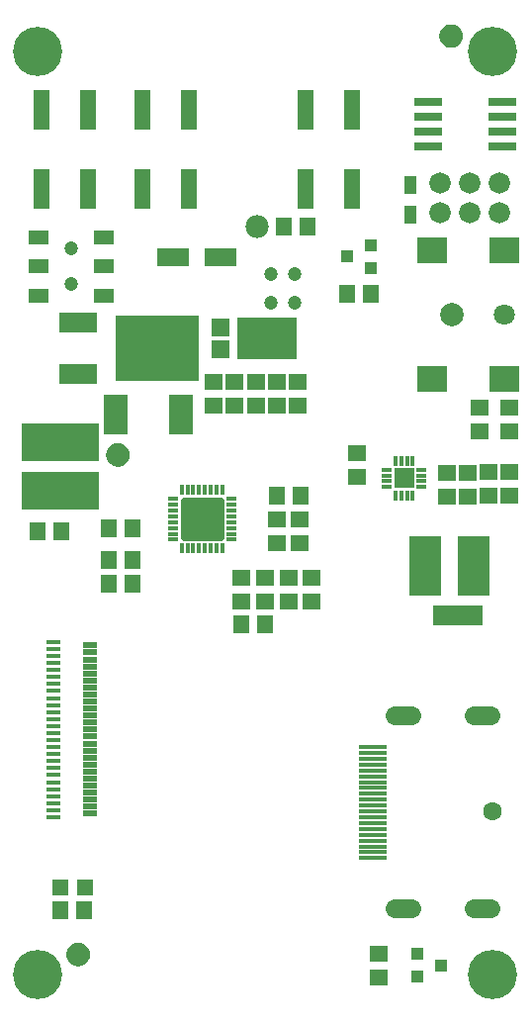
<source format=gbr>
G04 EAGLE Gerber RS-274X export*
G75*
%MOMM*%
%FSLAX34Y34*%
%LPD*%
%INSoldermask Top*%
%IPPOS*%
%AMOC8*
5,1,8,0,0,1.08239X$1,22.5*%
G01*
%ADD10C,1.603200*%
%ADD11C,1.603200*%
%ADD12R,2.460000X0.350000*%
%ADD13R,1.303200X0.463200*%
%ADD14R,1.153200X0.503200*%
%ADD15R,1.403200X1.403200*%
%ADD16R,1.403200X1.503200*%
%ADD17R,2.603200X2.203200*%
%ADD18C,1.803200*%
%ADD19C,2.003200*%
%ADD20R,2.403200X0.703200*%
%ADD21R,1.403200X3.403200*%
%ADD22R,1.092200X0.990600*%
%ADD23R,1.703200X1.203200*%
%ADD24C,1.203200*%
%ADD25C,1.828800*%
%ADD26C,0.500000*%
%ADD27C,4.219200*%
%ADD28C,0.555478*%
%ADD29R,0.350000X0.900000*%
%ADD30R,0.900000X0.350000*%
%ADD31R,1.503200X1.403200*%
%ADD32R,2.003200X3.403200*%
%ADD33R,6.703200X3.203200*%
%ADD34R,1.603200X1.593200*%
%ADD35R,5.063200X3.563200*%
%ADD36R,7.203200X5.654800*%
%ADD37R,3.200400X1.803400*%
%ADD38R,1.703200X1.703200*%
%ADD39R,0.350000X0.880000*%
%ADD40R,0.880000X0.350000*%
%ADD41R,2.743200X5.203200*%
%ADD42R,1.003200X1.553200*%
%ADD43C,1.981200*%
%ADD44R,2.803200X1.603200*%
%ADD45R,4.200000X1.800000*%


D10*
X420000Y170000D03*
D11*
X418000Y252500D02*
X404000Y252500D01*
X404000Y87500D02*
X418000Y87500D01*
X350200Y252500D02*
X336200Y252500D01*
X336200Y87500D02*
X350200Y87500D01*
D12*
X317200Y130000D03*
X317200Y135000D03*
X317200Y140000D03*
X317200Y145000D03*
X317200Y150000D03*
X317200Y155000D03*
X317200Y160000D03*
X317200Y165000D03*
X317200Y170000D03*
X317200Y175000D03*
X317200Y180000D03*
X317200Y185000D03*
X317200Y190000D03*
X317200Y195000D03*
X317200Y200000D03*
X317200Y205000D03*
X317200Y210000D03*
X317200Y215000D03*
X317200Y220000D03*
X317200Y225000D03*
D13*
X43750Y315000D03*
X43750Y309000D03*
X43750Y303000D03*
X43750Y297000D03*
X43750Y291000D03*
X43750Y285000D03*
X43750Y279000D03*
X43750Y273000D03*
X43750Y267000D03*
X43750Y261000D03*
X43750Y255000D03*
X43750Y249000D03*
X43750Y243000D03*
X43750Y237000D03*
X43750Y231000D03*
X43750Y225000D03*
X43750Y219000D03*
X43750Y213000D03*
X43750Y207000D03*
X43750Y201000D03*
X43750Y195000D03*
X43750Y189000D03*
X43750Y183000D03*
X43750Y177000D03*
X43750Y171000D03*
X43750Y165000D03*
D14*
X75500Y312000D03*
X75500Y306000D03*
X75500Y300000D03*
X75500Y294000D03*
X75500Y288000D03*
X75500Y282000D03*
X75500Y276000D03*
X75500Y270000D03*
X75500Y264000D03*
X75500Y258000D03*
X75500Y252000D03*
X75500Y246000D03*
X75500Y240000D03*
X75500Y234000D03*
X75500Y228000D03*
X75500Y222000D03*
X75500Y216000D03*
X75500Y210000D03*
X75500Y204000D03*
X75500Y198000D03*
X75500Y192000D03*
X75500Y186000D03*
X75500Y180000D03*
X75500Y174000D03*
X75500Y168000D03*
D15*
X70500Y105000D03*
X49500Y105000D03*
D16*
X70160Y85000D03*
X49840Y85000D03*
D17*
X430000Y540000D03*
X368000Y540000D03*
X368000Y650000D03*
X430000Y650000D03*
D18*
X430000Y595000D03*
D19*
X385000Y595000D03*
D20*
X364700Y777230D03*
X364700Y764630D03*
X364700Y751930D03*
X364700Y739230D03*
X427780Y739130D03*
X427780Y751830D03*
X427780Y764530D03*
X427780Y777230D03*
D21*
X119700Y702600D03*
X119700Y770600D03*
X159700Y770600D03*
X159700Y702600D03*
X73340Y770600D03*
X73340Y702600D03*
X33340Y702600D03*
X33340Y770600D03*
D22*
X315160Y635094D03*
X315160Y654398D03*
X294840Y644746D03*
D16*
X294840Y612500D03*
X315160Y612500D03*
D23*
X87340Y661420D03*
X87340Y636420D03*
X87340Y611420D03*
X31340Y611420D03*
X31340Y636420D03*
X31340Y661420D03*
D24*
X59340Y621420D03*
X59340Y651420D03*
D25*
X400060Y681980D03*
X400060Y707380D03*
X374660Y707380D03*
X374660Y681980D03*
X425460Y681980D03*
X425460Y707380D03*
D24*
X65000Y47500D03*
D26*
X65000Y55000D02*
X64819Y54998D01*
X64638Y54991D01*
X64457Y54980D01*
X64276Y54965D01*
X64096Y54945D01*
X63916Y54921D01*
X63737Y54893D01*
X63559Y54860D01*
X63382Y54823D01*
X63205Y54782D01*
X63030Y54737D01*
X62855Y54687D01*
X62682Y54633D01*
X62511Y54575D01*
X62340Y54513D01*
X62172Y54446D01*
X62005Y54376D01*
X61839Y54302D01*
X61676Y54223D01*
X61515Y54141D01*
X61355Y54055D01*
X61198Y53965D01*
X61043Y53871D01*
X60890Y53774D01*
X60740Y53672D01*
X60592Y53568D01*
X60446Y53459D01*
X60304Y53348D01*
X60164Y53232D01*
X60027Y53114D01*
X59892Y52992D01*
X59761Y52867D01*
X59633Y52739D01*
X59508Y52608D01*
X59386Y52473D01*
X59268Y52336D01*
X59152Y52196D01*
X59041Y52054D01*
X58932Y51908D01*
X58828Y51760D01*
X58726Y51610D01*
X58629Y51457D01*
X58535Y51302D01*
X58445Y51145D01*
X58359Y50985D01*
X58277Y50824D01*
X58198Y50661D01*
X58124Y50495D01*
X58054Y50328D01*
X57987Y50160D01*
X57925Y49989D01*
X57867Y49818D01*
X57813Y49645D01*
X57763Y49470D01*
X57718Y49295D01*
X57677Y49118D01*
X57640Y48941D01*
X57607Y48763D01*
X57579Y48584D01*
X57555Y48404D01*
X57535Y48224D01*
X57520Y48043D01*
X57509Y47862D01*
X57502Y47681D01*
X57500Y47500D01*
X65000Y55000D02*
X65181Y54998D01*
X65362Y54991D01*
X65543Y54980D01*
X65724Y54965D01*
X65904Y54945D01*
X66084Y54921D01*
X66263Y54893D01*
X66441Y54860D01*
X66618Y54823D01*
X66795Y54782D01*
X66970Y54737D01*
X67145Y54687D01*
X67318Y54633D01*
X67489Y54575D01*
X67660Y54513D01*
X67828Y54446D01*
X67995Y54376D01*
X68161Y54302D01*
X68324Y54223D01*
X68485Y54141D01*
X68645Y54055D01*
X68802Y53965D01*
X68957Y53871D01*
X69110Y53774D01*
X69260Y53672D01*
X69408Y53568D01*
X69554Y53459D01*
X69696Y53348D01*
X69836Y53232D01*
X69973Y53114D01*
X70108Y52992D01*
X70239Y52867D01*
X70367Y52739D01*
X70492Y52608D01*
X70614Y52473D01*
X70732Y52336D01*
X70848Y52196D01*
X70959Y52054D01*
X71068Y51908D01*
X71172Y51760D01*
X71274Y51610D01*
X71371Y51457D01*
X71465Y51302D01*
X71555Y51145D01*
X71641Y50985D01*
X71723Y50824D01*
X71802Y50661D01*
X71876Y50495D01*
X71946Y50328D01*
X72013Y50160D01*
X72075Y49989D01*
X72133Y49818D01*
X72187Y49645D01*
X72237Y49470D01*
X72282Y49295D01*
X72323Y49118D01*
X72360Y48941D01*
X72393Y48763D01*
X72421Y48584D01*
X72445Y48404D01*
X72465Y48224D01*
X72480Y48043D01*
X72491Y47862D01*
X72498Y47681D01*
X72500Y47500D01*
X72498Y47319D01*
X72491Y47138D01*
X72480Y46957D01*
X72465Y46776D01*
X72445Y46596D01*
X72421Y46416D01*
X72393Y46237D01*
X72360Y46059D01*
X72323Y45882D01*
X72282Y45705D01*
X72237Y45530D01*
X72187Y45355D01*
X72133Y45182D01*
X72075Y45011D01*
X72013Y44840D01*
X71946Y44672D01*
X71876Y44505D01*
X71802Y44339D01*
X71723Y44176D01*
X71641Y44015D01*
X71555Y43855D01*
X71465Y43698D01*
X71371Y43543D01*
X71274Y43390D01*
X71172Y43240D01*
X71068Y43092D01*
X70959Y42946D01*
X70848Y42804D01*
X70732Y42664D01*
X70614Y42527D01*
X70492Y42392D01*
X70367Y42261D01*
X70239Y42133D01*
X70108Y42008D01*
X69973Y41886D01*
X69836Y41768D01*
X69696Y41652D01*
X69554Y41541D01*
X69408Y41432D01*
X69260Y41328D01*
X69110Y41226D01*
X68957Y41129D01*
X68802Y41035D01*
X68645Y40945D01*
X68485Y40859D01*
X68324Y40777D01*
X68161Y40698D01*
X67995Y40624D01*
X67828Y40554D01*
X67660Y40487D01*
X67489Y40425D01*
X67318Y40367D01*
X67145Y40313D01*
X66970Y40263D01*
X66795Y40218D01*
X66618Y40177D01*
X66441Y40140D01*
X66263Y40107D01*
X66084Y40079D01*
X65904Y40055D01*
X65724Y40035D01*
X65543Y40020D01*
X65362Y40009D01*
X65181Y40002D01*
X65000Y40000D01*
X64819Y40002D01*
X64638Y40009D01*
X64457Y40020D01*
X64276Y40035D01*
X64096Y40055D01*
X63916Y40079D01*
X63737Y40107D01*
X63559Y40140D01*
X63382Y40177D01*
X63205Y40218D01*
X63030Y40263D01*
X62855Y40313D01*
X62682Y40367D01*
X62511Y40425D01*
X62340Y40487D01*
X62172Y40554D01*
X62005Y40624D01*
X61839Y40698D01*
X61676Y40777D01*
X61515Y40859D01*
X61355Y40945D01*
X61198Y41035D01*
X61043Y41129D01*
X60890Y41226D01*
X60740Y41328D01*
X60592Y41432D01*
X60446Y41541D01*
X60304Y41652D01*
X60164Y41768D01*
X60027Y41886D01*
X59892Y42008D01*
X59761Y42133D01*
X59633Y42261D01*
X59508Y42392D01*
X59386Y42527D01*
X59268Y42664D01*
X59152Y42804D01*
X59041Y42946D01*
X58932Y43092D01*
X58828Y43240D01*
X58726Y43390D01*
X58629Y43543D01*
X58535Y43698D01*
X58445Y43855D01*
X58359Y44015D01*
X58277Y44176D01*
X58198Y44339D01*
X58124Y44505D01*
X58054Y44672D01*
X57987Y44840D01*
X57925Y45011D01*
X57867Y45182D01*
X57813Y45355D01*
X57763Y45530D01*
X57718Y45705D01*
X57677Y45882D01*
X57640Y46059D01*
X57607Y46237D01*
X57579Y46416D01*
X57555Y46596D01*
X57535Y46776D01*
X57520Y46957D01*
X57509Y47138D01*
X57502Y47319D01*
X57500Y47500D01*
D24*
X384280Y833420D03*
D26*
X384280Y840920D02*
X384099Y840918D01*
X383918Y840911D01*
X383737Y840900D01*
X383556Y840885D01*
X383376Y840865D01*
X383196Y840841D01*
X383017Y840813D01*
X382839Y840780D01*
X382662Y840743D01*
X382485Y840702D01*
X382310Y840657D01*
X382135Y840607D01*
X381962Y840553D01*
X381791Y840495D01*
X381620Y840433D01*
X381452Y840366D01*
X381285Y840296D01*
X381119Y840222D01*
X380956Y840143D01*
X380795Y840061D01*
X380635Y839975D01*
X380478Y839885D01*
X380323Y839791D01*
X380170Y839694D01*
X380020Y839592D01*
X379872Y839488D01*
X379726Y839379D01*
X379584Y839268D01*
X379444Y839152D01*
X379307Y839034D01*
X379172Y838912D01*
X379041Y838787D01*
X378913Y838659D01*
X378788Y838528D01*
X378666Y838393D01*
X378548Y838256D01*
X378432Y838116D01*
X378321Y837974D01*
X378212Y837828D01*
X378108Y837680D01*
X378006Y837530D01*
X377909Y837377D01*
X377815Y837222D01*
X377725Y837065D01*
X377639Y836905D01*
X377557Y836744D01*
X377478Y836581D01*
X377404Y836415D01*
X377334Y836248D01*
X377267Y836080D01*
X377205Y835909D01*
X377147Y835738D01*
X377093Y835565D01*
X377043Y835390D01*
X376998Y835215D01*
X376957Y835038D01*
X376920Y834861D01*
X376887Y834683D01*
X376859Y834504D01*
X376835Y834324D01*
X376815Y834144D01*
X376800Y833963D01*
X376789Y833782D01*
X376782Y833601D01*
X376780Y833420D01*
X384280Y840920D02*
X384461Y840918D01*
X384642Y840911D01*
X384823Y840900D01*
X385004Y840885D01*
X385184Y840865D01*
X385364Y840841D01*
X385543Y840813D01*
X385721Y840780D01*
X385898Y840743D01*
X386075Y840702D01*
X386250Y840657D01*
X386425Y840607D01*
X386598Y840553D01*
X386769Y840495D01*
X386940Y840433D01*
X387108Y840366D01*
X387275Y840296D01*
X387441Y840222D01*
X387604Y840143D01*
X387765Y840061D01*
X387925Y839975D01*
X388082Y839885D01*
X388237Y839791D01*
X388390Y839694D01*
X388540Y839592D01*
X388688Y839488D01*
X388834Y839379D01*
X388976Y839268D01*
X389116Y839152D01*
X389253Y839034D01*
X389388Y838912D01*
X389519Y838787D01*
X389647Y838659D01*
X389772Y838528D01*
X389894Y838393D01*
X390012Y838256D01*
X390128Y838116D01*
X390239Y837974D01*
X390348Y837828D01*
X390452Y837680D01*
X390554Y837530D01*
X390651Y837377D01*
X390745Y837222D01*
X390835Y837065D01*
X390921Y836905D01*
X391003Y836744D01*
X391082Y836581D01*
X391156Y836415D01*
X391226Y836248D01*
X391293Y836080D01*
X391355Y835909D01*
X391413Y835738D01*
X391467Y835565D01*
X391517Y835390D01*
X391562Y835215D01*
X391603Y835038D01*
X391640Y834861D01*
X391673Y834683D01*
X391701Y834504D01*
X391725Y834324D01*
X391745Y834144D01*
X391760Y833963D01*
X391771Y833782D01*
X391778Y833601D01*
X391780Y833420D01*
X391778Y833239D01*
X391771Y833058D01*
X391760Y832877D01*
X391745Y832696D01*
X391725Y832516D01*
X391701Y832336D01*
X391673Y832157D01*
X391640Y831979D01*
X391603Y831802D01*
X391562Y831625D01*
X391517Y831450D01*
X391467Y831275D01*
X391413Y831102D01*
X391355Y830931D01*
X391293Y830760D01*
X391226Y830592D01*
X391156Y830425D01*
X391082Y830259D01*
X391003Y830096D01*
X390921Y829935D01*
X390835Y829775D01*
X390745Y829618D01*
X390651Y829463D01*
X390554Y829310D01*
X390452Y829160D01*
X390348Y829012D01*
X390239Y828866D01*
X390128Y828724D01*
X390012Y828584D01*
X389894Y828447D01*
X389772Y828312D01*
X389647Y828181D01*
X389519Y828053D01*
X389388Y827928D01*
X389253Y827806D01*
X389116Y827688D01*
X388976Y827572D01*
X388834Y827461D01*
X388688Y827352D01*
X388540Y827248D01*
X388390Y827146D01*
X388237Y827049D01*
X388082Y826955D01*
X387925Y826865D01*
X387765Y826779D01*
X387604Y826697D01*
X387441Y826618D01*
X387275Y826544D01*
X387108Y826474D01*
X386940Y826407D01*
X386769Y826345D01*
X386598Y826287D01*
X386425Y826233D01*
X386250Y826183D01*
X386075Y826138D01*
X385898Y826097D01*
X385721Y826060D01*
X385543Y826027D01*
X385364Y825999D01*
X385184Y825975D01*
X385004Y825955D01*
X384823Y825940D01*
X384642Y825929D01*
X384461Y825922D01*
X384280Y825920D01*
X384099Y825922D01*
X383918Y825929D01*
X383737Y825940D01*
X383556Y825955D01*
X383376Y825975D01*
X383196Y825999D01*
X383017Y826027D01*
X382839Y826060D01*
X382662Y826097D01*
X382485Y826138D01*
X382310Y826183D01*
X382135Y826233D01*
X381962Y826287D01*
X381791Y826345D01*
X381620Y826407D01*
X381452Y826474D01*
X381285Y826544D01*
X381119Y826618D01*
X380956Y826697D01*
X380795Y826779D01*
X380635Y826865D01*
X380478Y826955D01*
X380323Y827049D01*
X380170Y827146D01*
X380020Y827248D01*
X379872Y827352D01*
X379726Y827461D01*
X379584Y827572D01*
X379444Y827688D01*
X379307Y827806D01*
X379172Y827928D01*
X379041Y828053D01*
X378913Y828181D01*
X378788Y828312D01*
X378666Y828447D01*
X378548Y828584D01*
X378432Y828724D01*
X378321Y828866D01*
X378212Y829012D01*
X378108Y829160D01*
X378006Y829310D01*
X377909Y829463D01*
X377815Y829618D01*
X377725Y829775D01*
X377639Y829935D01*
X377557Y830096D01*
X377478Y830259D01*
X377404Y830425D01*
X377334Y830592D01*
X377267Y830760D01*
X377205Y830931D01*
X377147Y831102D01*
X377093Y831275D01*
X377043Y831450D01*
X376998Y831625D01*
X376957Y831802D01*
X376920Y831979D01*
X376887Y832157D01*
X376859Y832336D01*
X376835Y832516D01*
X376815Y832696D01*
X376800Y832877D01*
X376789Y833058D01*
X376782Y833239D01*
X376780Y833420D01*
D24*
X99000Y475000D03*
D26*
X99000Y482500D02*
X98819Y482498D01*
X98638Y482491D01*
X98457Y482480D01*
X98276Y482465D01*
X98096Y482445D01*
X97916Y482421D01*
X97737Y482393D01*
X97559Y482360D01*
X97382Y482323D01*
X97205Y482282D01*
X97030Y482237D01*
X96855Y482187D01*
X96682Y482133D01*
X96511Y482075D01*
X96340Y482013D01*
X96172Y481946D01*
X96005Y481876D01*
X95839Y481802D01*
X95676Y481723D01*
X95515Y481641D01*
X95355Y481555D01*
X95198Y481465D01*
X95043Y481371D01*
X94890Y481274D01*
X94740Y481172D01*
X94592Y481068D01*
X94446Y480959D01*
X94304Y480848D01*
X94164Y480732D01*
X94027Y480614D01*
X93892Y480492D01*
X93761Y480367D01*
X93633Y480239D01*
X93508Y480108D01*
X93386Y479973D01*
X93268Y479836D01*
X93152Y479696D01*
X93041Y479554D01*
X92932Y479408D01*
X92828Y479260D01*
X92726Y479110D01*
X92629Y478957D01*
X92535Y478802D01*
X92445Y478645D01*
X92359Y478485D01*
X92277Y478324D01*
X92198Y478161D01*
X92124Y477995D01*
X92054Y477828D01*
X91987Y477660D01*
X91925Y477489D01*
X91867Y477318D01*
X91813Y477145D01*
X91763Y476970D01*
X91718Y476795D01*
X91677Y476618D01*
X91640Y476441D01*
X91607Y476263D01*
X91579Y476084D01*
X91555Y475904D01*
X91535Y475724D01*
X91520Y475543D01*
X91509Y475362D01*
X91502Y475181D01*
X91500Y475000D01*
X99000Y482500D02*
X99181Y482498D01*
X99362Y482491D01*
X99543Y482480D01*
X99724Y482465D01*
X99904Y482445D01*
X100084Y482421D01*
X100263Y482393D01*
X100441Y482360D01*
X100618Y482323D01*
X100795Y482282D01*
X100970Y482237D01*
X101145Y482187D01*
X101318Y482133D01*
X101489Y482075D01*
X101660Y482013D01*
X101828Y481946D01*
X101995Y481876D01*
X102161Y481802D01*
X102324Y481723D01*
X102485Y481641D01*
X102645Y481555D01*
X102802Y481465D01*
X102957Y481371D01*
X103110Y481274D01*
X103260Y481172D01*
X103408Y481068D01*
X103554Y480959D01*
X103696Y480848D01*
X103836Y480732D01*
X103973Y480614D01*
X104108Y480492D01*
X104239Y480367D01*
X104367Y480239D01*
X104492Y480108D01*
X104614Y479973D01*
X104732Y479836D01*
X104848Y479696D01*
X104959Y479554D01*
X105068Y479408D01*
X105172Y479260D01*
X105274Y479110D01*
X105371Y478957D01*
X105465Y478802D01*
X105555Y478645D01*
X105641Y478485D01*
X105723Y478324D01*
X105802Y478161D01*
X105876Y477995D01*
X105946Y477828D01*
X106013Y477660D01*
X106075Y477489D01*
X106133Y477318D01*
X106187Y477145D01*
X106237Y476970D01*
X106282Y476795D01*
X106323Y476618D01*
X106360Y476441D01*
X106393Y476263D01*
X106421Y476084D01*
X106445Y475904D01*
X106465Y475724D01*
X106480Y475543D01*
X106491Y475362D01*
X106498Y475181D01*
X106500Y475000D01*
X106498Y474819D01*
X106491Y474638D01*
X106480Y474457D01*
X106465Y474276D01*
X106445Y474096D01*
X106421Y473916D01*
X106393Y473737D01*
X106360Y473559D01*
X106323Y473382D01*
X106282Y473205D01*
X106237Y473030D01*
X106187Y472855D01*
X106133Y472682D01*
X106075Y472511D01*
X106013Y472340D01*
X105946Y472172D01*
X105876Y472005D01*
X105802Y471839D01*
X105723Y471676D01*
X105641Y471515D01*
X105555Y471355D01*
X105465Y471198D01*
X105371Y471043D01*
X105274Y470890D01*
X105172Y470740D01*
X105068Y470592D01*
X104959Y470446D01*
X104848Y470304D01*
X104732Y470164D01*
X104614Y470027D01*
X104492Y469892D01*
X104367Y469761D01*
X104239Y469633D01*
X104108Y469508D01*
X103973Y469386D01*
X103836Y469268D01*
X103696Y469152D01*
X103554Y469041D01*
X103408Y468932D01*
X103260Y468828D01*
X103110Y468726D01*
X102957Y468629D01*
X102802Y468535D01*
X102645Y468445D01*
X102485Y468359D01*
X102324Y468277D01*
X102161Y468198D01*
X101995Y468124D01*
X101828Y468054D01*
X101660Y467987D01*
X101489Y467925D01*
X101318Y467867D01*
X101145Y467813D01*
X100970Y467763D01*
X100795Y467718D01*
X100618Y467677D01*
X100441Y467640D01*
X100263Y467607D01*
X100084Y467579D01*
X99904Y467555D01*
X99724Y467535D01*
X99543Y467520D01*
X99362Y467509D01*
X99181Y467502D01*
X99000Y467500D01*
X98819Y467502D01*
X98638Y467509D01*
X98457Y467520D01*
X98276Y467535D01*
X98096Y467555D01*
X97916Y467579D01*
X97737Y467607D01*
X97559Y467640D01*
X97382Y467677D01*
X97205Y467718D01*
X97030Y467763D01*
X96855Y467813D01*
X96682Y467867D01*
X96511Y467925D01*
X96340Y467987D01*
X96172Y468054D01*
X96005Y468124D01*
X95839Y468198D01*
X95676Y468277D01*
X95515Y468359D01*
X95355Y468445D01*
X95198Y468535D01*
X95043Y468629D01*
X94890Y468726D01*
X94740Y468828D01*
X94592Y468932D01*
X94446Y469041D01*
X94304Y469152D01*
X94164Y469268D01*
X94027Y469386D01*
X93892Y469508D01*
X93761Y469633D01*
X93633Y469761D01*
X93508Y469892D01*
X93386Y470027D01*
X93268Y470164D01*
X93152Y470304D01*
X93041Y470446D01*
X92932Y470592D01*
X92828Y470740D01*
X92726Y470890D01*
X92629Y471043D01*
X92535Y471198D01*
X92445Y471355D01*
X92359Y471515D01*
X92277Y471676D01*
X92198Y471839D01*
X92124Y472005D01*
X92054Y472172D01*
X91987Y472340D01*
X91925Y472511D01*
X91867Y472682D01*
X91813Y472855D01*
X91763Y473030D01*
X91718Y473205D01*
X91677Y473382D01*
X91640Y473559D01*
X91607Y473737D01*
X91579Y473916D01*
X91555Y474096D01*
X91535Y474276D01*
X91520Y474457D01*
X91509Y474638D01*
X91502Y474819D01*
X91500Y475000D01*
D27*
X420000Y30000D03*
X420000Y820000D03*
X30000Y820000D03*
X30000Y30000D03*
D28*
X155261Y404261D02*
X155261Y435739D01*
X186739Y435739D01*
X186739Y404261D01*
X155261Y404261D01*
X155261Y409538D02*
X186739Y409538D01*
X186739Y414815D02*
X155261Y414815D01*
X155261Y420092D02*
X186739Y420092D01*
X186739Y425369D02*
X155261Y425369D01*
X155261Y430646D02*
X186739Y430646D01*
D29*
X188500Y445000D03*
X183500Y445000D03*
X178500Y445000D03*
X173500Y445000D03*
X168500Y445000D03*
X163500Y445000D03*
X158500Y445000D03*
X153500Y445000D03*
D30*
X146000Y437500D03*
X146000Y432500D03*
X146000Y427500D03*
X146000Y422500D03*
X146000Y417500D03*
X146000Y412500D03*
X146000Y407500D03*
X146000Y402500D03*
D29*
X153500Y395000D03*
X158500Y395000D03*
X163500Y395000D03*
X168500Y395000D03*
X173500Y395000D03*
X178500Y395000D03*
X183500Y395000D03*
X188500Y395000D03*
D30*
X196000Y402500D03*
X196000Y407500D03*
X196000Y412500D03*
X196000Y417500D03*
X196000Y422500D03*
X196000Y427500D03*
X196000Y432500D03*
X196000Y437500D03*
D16*
X111160Y385000D03*
X90840Y385000D03*
X90840Y365000D03*
X111160Y365000D03*
D31*
X245000Y370160D03*
X245000Y349840D03*
X235000Y420160D03*
X235000Y399840D03*
X265000Y370160D03*
X265000Y349840D03*
X255000Y420160D03*
X255000Y399840D03*
X205000Y349840D03*
X205000Y370160D03*
D16*
X255160Y440000D03*
X234840Y440000D03*
D31*
X225000Y349840D03*
X225000Y370160D03*
D16*
X225160Y330000D03*
X204840Y330000D03*
D32*
X153000Y510000D03*
X97000Y510000D03*
D33*
X50000Y444250D03*
X50000Y485750D03*
D34*
X186600Y584200D03*
X186600Y565800D03*
D35*
X226420Y575000D03*
D36*
X132528Y566000D03*
D37*
X64724Y543902D03*
X64724Y588606D03*
D31*
X181000Y537160D03*
X181000Y516840D03*
X199000Y537160D03*
X199000Y516840D03*
X217000Y537160D03*
X217000Y516840D03*
X235000Y537160D03*
X235000Y516840D03*
X253000Y537160D03*
X253000Y516840D03*
D16*
X50160Y410000D03*
X29840Y410000D03*
X111160Y412000D03*
X90840Y412000D03*
D24*
X250000Y630000D03*
X230000Y630000D03*
X230000Y605000D03*
X250000Y605000D03*
D38*
X344000Y455000D03*
D39*
X336500Y440000D03*
X341500Y440000D03*
X346500Y440000D03*
X351500Y440000D03*
D40*
X359000Y447500D03*
X359000Y452500D03*
X359000Y457500D03*
X359000Y462500D03*
D39*
X351500Y470000D03*
X346500Y470000D03*
X341500Y470000D03*
X336500Y470000D03*
D40*
X329000Y462500D03*
X329000Y457500D03*
X329000Y452500D03*
X329000Y447500D03*
D31*
X409000Y515160D03*
X409000Y494840D03*
X434000Y515160D03*
X434000Y494840D03*
D41*
X362040Y380000D03*
X403960Y380000D03*
D31*
X304000Y476160D03*
X304000Y455840D03*
X416620Y439840D03*
X416620Y460160D03*
X434000Y439840D03*
X434000Y460160D03*
D21*
X259400Y702600D03*
X259400Y770600D03*
X299400Y770600D03*
X299400Y702600D03*
D42*
X349250Y706120D03*
X349250Y680720D03*
D16*
X261620Y670560D03*
X241300Y670560D03*
D43*
X218440Y670560D03*
D31*
X381000Y439420D03*
X381000Y459740D03*
X398780Y439420D03*
X398780Y459740D03*
D44*
X145870Y643890D03*
X186870Y643890D03*
D45*
X390398Y338074D03*
D22*
X355600Y48006D03*
X355600Y28702D03*
X375920Y38354D03*
D31*
X322580Y48260D03*
X322580Y27940D03*
M02*

</source>
